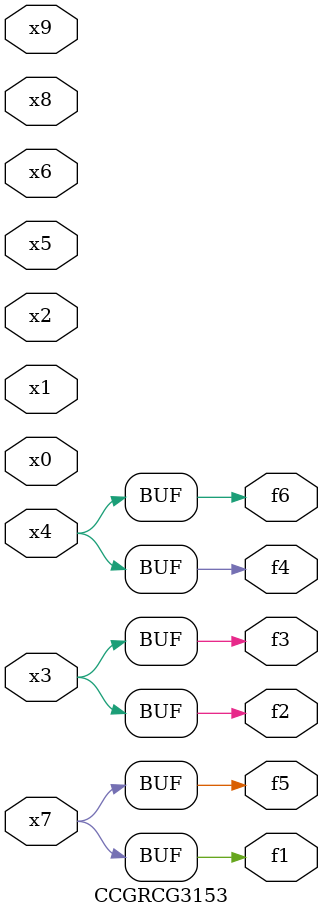
<source format=v>
module CCGRCG3153(
	input x0, x1, x2, x3, x4, x5, x6, x7, x8, x9,
	output f1, f2, f3, f4, f5, f6
);
	assign f1 = x7;
	assign f2 = x3;
	assign f3 = x3;
	assign f4 = x4;
	assign f5 = x7;
	assign f6 = x4;
endmodule

</source>
